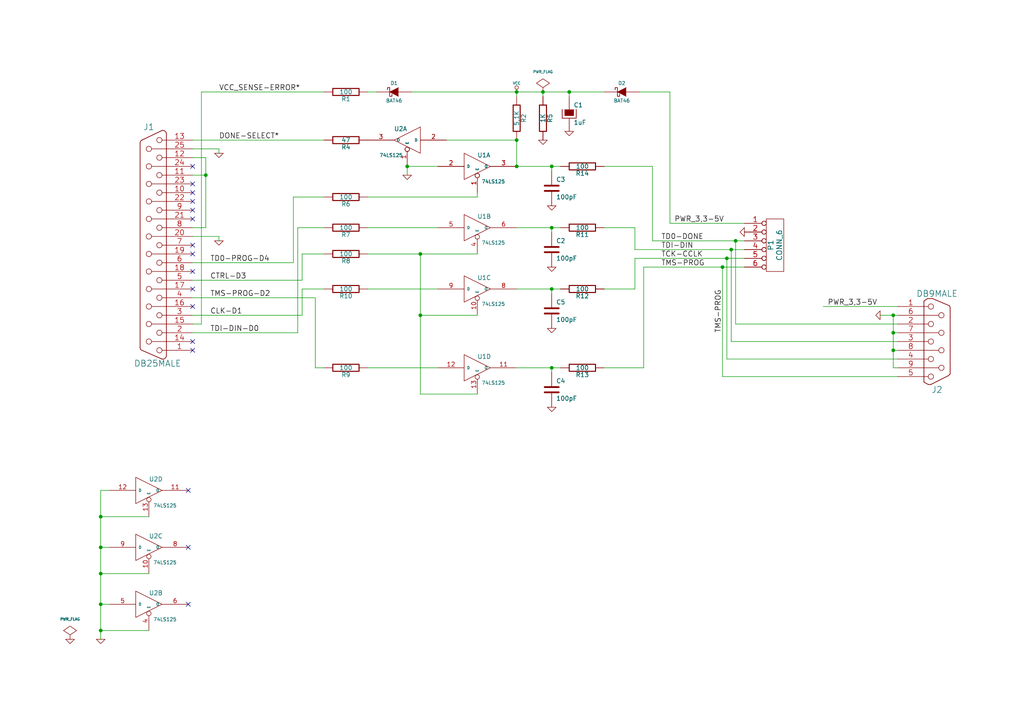
<source format=kicad_sch>
(kicad_sch (version 20230121) (generator eeschema)
  (paper "A4")
  (title_block (title "CABLE PARALLELE III") (date "10 feb 2011") (rev "1"))
  (lib_symbols
    (symbol "sonde-xilinx-rescue:74LS125" (pin_names (offset 0.762))
      (property "Reference" "U" (at 0 2.54 0))
      (property "Value" "74LS125" (at 1.27 -3.81 0))
      (symbol "74LS125_0_0"
        (pin power_in line (at -3.81 3.81 270) (length 0) hide (name "VCC") (number "14"))
        (pin power_in line (at -3.81 -3.81 90) (length 0) hide (name "GND") (number "7"))
      )
      (symbol "74LS125_0_1"
        (polyline (pts (xy -3.81 3.81) (xy -3.81 -3.81) (xy 3.81 0) (xy -3.81 3.81)))
      )
      (symbol "74LS125_1_0"
        (pin input inverted (at 0 -7.62 90) (length 5.588) (name "E") (number "1"))
      )
      (symbol "74LS125_1_1"
        (pin input line (at -11.43 0 0) (length 7.62) (name "D") (number "2"))
        (pin tri_state line (at 11.43 0 180) (length 7.62) (name "O") (number "3"))
      )
      (symbol "74LS125_2_0"
        (pin input inverted (at 0 -7.62 90) (length 5.588) (name "E") (number "4"))
      )
      (symbol "74LS125_2_1"
        (pin input line (at -11.43 0 0) (length 7.62) (name "D") (number "5"))
        (pin tri_state line (at 11.43 0 180) (length 7.62) (name "O") (number "6"))
      )
      (symbol "74LS125_3_0"
        (pin input inverted (at 0 -7.62 90) (length 5.588) (name "E") (number "10"))
      )
      (symbol "74LS125_3_1"
        (pin tri_state line (at 11.43 0 180) (length 7.62) (name "O") (number "8"))
        (pin input line (at -11.43 0 0) (length 7.62) (name "D") (number "9"))
      )
      (symbol "74LS125_4_0"
        (pin input inverted (at 0 -7.62 90) (length 5.588) (name "E") (number "13"))
      )
      (symbol "74LS125_4_1"
        (pin tri_state line (at 11.43 0 180) (length 7.62) (name "O") (number "11"))
        (pin input line (at -11.43 0 0) (length 7.62) (name "D") (number "12"))
      )
    )
    (symbol "sonde-xilinx-rescue:C" (pin_numbers hide) (pin_names (offset 0.254))
      (property "Reference" "C" (at 0 2.54 0))
      (property "Value" "C" (at 0.1524 -2.159 0))
      (symbol "C_0_1"
        (polyline (pts (xy -2.032 -0.762) (xy 2.032 -0.762)) (stroke (width 0.508)))
        (polyline (pts (xy -2.032 0.762) (xy 2.032 0.762)) (stroke (width 0.508)))
      )
      (symbol "C_1_1"
        (pin passive line (at 0 5.08 270) (length 4.318) (name "~") (number "1"))
        (pin passive line (at 0 -5.08 90) (length 4.318) (name "~") (number "2"))
      )
    )
    (symbol "sonde-xilinx-rescue:CONN_6" (pin_names (offset 0.762) hide)
      (property "Reference" "P" (at -1.27 0 90))
      (property "Value" "CONN_6" (at 1.27 0 90))
      (symbol "CONN_6_0_1"
        (rectangle (start -2.54 7.62) (end 2.54 -7.62))
      )
      (symbol "CONN_6_1_1"
        (pin passive inverted (at -8.89 6.35 0) (length 6.35) (name "1") (number "1"))
        (pin passive inverted (at -8.89 3.81 0) (length 6.35) (name "2") (number "2"))
        (pin passive inverted (at -8.89 1.27 0) (length 6.35) (name "3") (number "3"))
        (pin passive inverted (at -8.89 -1.27 0) (length 6.35) (name "4") (number "4"))
        (pin passive inverted (at -8.89 -3.81 0) (length 6.35) (name "5") (number "5"))
        (pin passive inverted (at -8.89 -6.35 0) (length 6.35) (name "6") (number "6"))
      )
    )
    (symbol "sonde-xilinx-rescue:CP" (pin_numbers hide) (pin_names (offset 0.254) hide)
      (property "Reference" "C" (at 1.27 2.54 0))
      (property "Value" "CP" (at 1.27 -2.54 0))
      (symbol "CP_0_1"
        (polyline (pts (xy -2.032 1.27) (xy -2.032 -1.27) (xy 2.032 -1.27) (xy 2.032 1.27)) (stroke (width 0.2032)))
        (polyline (pts (xy -1.27 1.27) (xy -1.27 -0.508) (xy 1.27 -0.508) (xy 1.27 1.27)) (fill (type outline)))
      )
      (symbol "CP_1_1"
        (pin passive line (at 0 5.08 270) (length 3.81) (name "~") (number "1"))
        (pin passive line (at 0 -5.08 90) (length 3.81) (name "~") (number "2"))
      )
    )
    (symbol "sonde-xilinx-rescue:DB25" (pin_names (offset 1.016) hide)
      (property "Reference" "J" (at 1.27 34.29 0))
      (property "Value" "DB25" (at -1.27 -34.29 0))
      (symbol "DB25_0_1"
        (arc (start -3.81 -32.004) (mid -3.4118 -32.8103) (end -2.54 -33.02) (stroke (width 0.2032)))
        (arc (start -2.54 33.274) (mid -3.4192 33.0712) (end -3.81 32.258) (stroke (width 0.2032)))
        (circle (center -1.778 -30.48) (radius 0.762))
        (circle (center -1.778 -25.4) (radius 0.762))
        (circle (center -1.778 -20.32) (radius 0.762))
        (circle (center -1.778 -15.24) (radius 0.762))
        (circle (center -1.778 -10.16) (radius 0.762))
        (circle (center -1.778 -5.08) (radius 0.762))
        (circle (center -1.778 0) (radius 0.762))
        (circle (center -1.778 5.08) (radius 0.762))
        (circle (center -1.778 10.16) (radius 0.762))
        (circle (center -1.778 15.24) (radius 0.762))
        (circle (center -1.778 20.32) (radius 0.762))
        (circle (center -1.778 25.4) (radius 0.762))
        (circle (center -1.778 30.48) (radius 0.762))
        (polyline (pts (xy -3.81 -32.004) (xy -3.81 32.258)) (stroke (width 0.2032)))
        (polyline (pts (xy -3.81 -30.48) (xy -2.54 -30.48)))
        (polyline (pts (xy -3.81 -27.94) (xy 0.508 -27.94)))
        (polyline (pts (xy -3.81 -25.4) (xy -2.54 -25.4)))
        (polyline (pts (xy -3.81 -22.86) (xy 0.508 -22.86)))
        (polyline (pts (xy -3.81 -20.32) (xy -2.54 -20.32)))
        (polyline (pts (xy -3.81 -17.78) (xy 0.508 -17.78)))
        (polyline (pts (xy -3.81 -15.24) (xy -2.54 -15.24)))
        (polyline (pts (xy -3.81 -12.7) (xy 0.508 -12.7)))
        (polyline (pts (xy -3.81 -10.16) (xy -2.54 -10.16)))
        (polyline (pts (xy -3.81 -7.62) (xy 0.508 -7.62)))
        (polyline (pts (xy -3.81 -5.08) (xy -2.54 -5.08)))
        (polyline (pts (xy -3.81 -2.54) (xy 0.508 -2.54)))
        (polyline (pts (xy -3.81 0) (xy -2.54 0)))
        (polyline (pts (xy -3.81 2.54) (xy 0.508 2.54)))
        (polyline (pts (xy -3.81 5.08) (xy -2.54 5.08)))
        (polyline (pts (xy -3.81 7.62) (xy 0.508 7.62)))
        (polyline (pts (xy -3.81 10.16) (xy -2.54 10.16)))
        (polyline (pts (xy -3.81 12.7) (xy 0.508 12.7)))
        (polyline (pts (xy -3.81 15.24) (xy -2.54 15.24)))
        (polyline (pts (xy -3.81 17.78) (xy 0.508 17.78)))
        (polyline (pts (xy -3.81 20.32) (xy -2.54 20.32)))
        (polyline (pts (xy -3.81 22.86) (xy 0.508 22.86)))
        (polyline (pts (xy -3.81 25.4) (xy -2.54 25.4)))
        (polyline (pts (xy -3.81 27.94) (xy 0.508 27.94)))
        (polyline (pts (xy -3.81 30.48) (xy -2.54 30.48)))
        (polyline (pts (xy -2.54 -33.02) (xy 3.302 -30.48)) (stroke (width 0.2032)))
        (polyline (pts (xy 3.302 30.48) (xy -2.54 33.274)) (stroke (width 0.2032)))
        (polyline (pts (xy 3.81 -29.718) (xy 3.81 29.718)) (stroke (width 0.2032)))
        (circle (center 1.27 -27.94) (radius 0.762))
        (circle (center 1.27 -22.86) (radius 0.762))
        (circle (center 1.27 -17.78) (radius 0.762))
        (circle (center 1.27 -12.7) (radius 0.762))
        (circle (center 1.27 -7.62) (radius 0.762))
        (circle (center 1.27 -2.54) (radius 0.762))
        (circle (center 1.27 2.54) (radius 0.762))
        (circle (center 1.27 7.62) (radius 0.762))
        (circle (center 1.27 12.7) (radius 0.762))
        (circle (center 1.27 17.78) (radius 0.762))
        (circle (center 1.27 22.86) (radius 0.762))
        (circle (center 1.27 27.94) (radius 0.762))
        (arc (start 3.302 -30.48) (mid 3.6653 -30.1718) (end 3.81 -29.718) (stroke (width 0.2032)))
        (arc (start 3.7846 29.718) (mid 3.654 30.1598) (end 3.302 30.4546) (stroke (width 0.2032)))
      )
      (symbol "DB25_1_1"
        (pin passive line (at -11.43 -30.48 0) (length 7.62) (name "1") (number "1"))
        (pin passive line (at -11.43 15.24 0) (length 7.62) (name "10") (number "10"))
        (pin passive line (at -11.43 20.32 0) (length 7.62) (name "11") (number "11"))
        (pin passive line (at -11.43 25.4 0) (length 7.62) (name "12") (number "12"))
        (pin passive line (at -11.43 30.48 0) (length 7.62) (name "13") (number "13"))
        (pin passive line (at -11.43 -27.94 0) (length 7.62) (name "P14") (number "14"))
        (pin passive line (at -11.43 -22.86 0) (length 7.62) (name "P15") (number "15"))
        (pin passive line (at -11.43 -17.78 0) (length 7.62) (name "P16") (number "16"))
        (pin passive line (at -11.43 -12.7 0) (length 7.62) (name "P17") (number "17"))
        (pin passive line (at -11.43 -7.62 0) (length 7.62) (name "P18") (number "18"))
        (pin passive line (at -11.43 -2.54 0) (length 7.62) (name "P19") (number "19"))
        (pin passive line (at -11.43 -25.4 0) (length 7.62) (name "2") (number "2"))
        (pin passive line (at -11.43 2.54 0) (length 7.62) (name "P20") (number "20"))
        (pin passive line (at -11.43 7.62 0) (length 7.62) (name "P21") (number "21"))
        (pin passive line (at -11.43 12.7 0) (length 7.62) (name "P22") (number "22"))
        (pin passive line (at -11.43 17.78 0) (length 7.62) (name "P23") (number "23"))
        (pin passive line (at -11.43 22.86 0) (length 7.62) (name "P24") (number "24"))
        (pin passive line (at -11.43 27.94 0) (length 7.62) (name "P25") (number "25"))
        (pin passive line (at -11.43 -20.32 0) (length 7.62) (name "3") (number "3"))
        (pin passive line (at -11.43 -15.24 0) (length 7.62) (name "4") (number "4"))
        (pin passive line (at -11.43 -10.16 0) (length 7.62) (name "5") (number "5"))
        (pin passive line (at -11.43 -5.08 0) (length 7.62) (name "6") (number "6"))
        (pin passive line (at -11.43 0 0) (length 7.62) (name "7") (number "7"))
        (pin passive line (at -11.43 5.08 0) (length 7.62) (name "8") (number "8"))
        (pin passive line (at -11.43 10.16 0) (length 7.62) (name "9") (number "9"))
      )
    )
    (symbol "sonde-xilinx-rescue:DB9" (pin_names (offset 1.016) hide)
      (property "Reference" "J" (at 0 13.97 0))
      (property "Value" "DB9" (at 0 -13.97 0))
      (symbol "DB9_0_1"
        (circle (center -1.778 -10.16) (radius 0.762))
        (circle (center -1.778 -5.08) (radius 0.762))
        (circle (center -1.778 0) (radius 0.762))
        (circle (center -1.778 5.08) (radius 0.762))
        (circle (center -1.778 10.16) (radius 0.762))
        (polyline (pts (xy -3.81 -11.684) (xy -3.81 11.684)) (stroke (width 0.2032)))
        (polyline (pts (xy -3.81 -11.6586) (xy -3.556 -11.938)) (stroke (width 0.2032)))
        (polyline (pts (xy -3.81 -10.16) (xy -2.54 -10.16)))
        (polyline (pts (xy -3.81 -7.62) (xy 0.508 -7.62)))
        (polyline (pts (xy -3.81 -5.08) (xy -2.54 -5.08)))
        (polyline (pts (xy -3.81 -2.54) (xy 0.508 -2.54)))
        (polyline (pts (xy -3.81 0) (xy -2.54 0)))
        (polyline (pts (xy -3.81 2.54) (xy 0.508 2.54)))
        (polyline (pts (xy -3.81 5.08) (xy -2.54 5.08)))
        (polyline (pts (xy -3.81 7.62) (xy 0.508 7.62)))
        (polyline (pts (xy -3.81 10.16) (xy -2.54 10.16)))
        (polyline (pts (xy -3.556 -11.938) (xy -2.794 -12.446)) (stroke (width 0.2032)))
        (polyline (pts (xy -3.556 11.938) (xy -3.81 11.684)) (stroke (width 0.2032)))
        (polyline (pts (xy -3.556 11.938) (xy -2.54 12.446)) (stroke (width 0.2032)))
        (polyline (pts (xy -2.794 -12.446) (xy -1.27 -12.446)) (stroke (width 0.2032)))
        (polyline (pts (xy -2.54 12.446) (xy -1.778 12.446)) (stroke (width 0.2032)))
        (polyline (pts (xy 3.2766 9.906) (xy -1.778 12.446)) (stroke (width 0.2032)))
        (polyline (pts (xy 3.2766 9.906) (xy 3.81 9.398)) (stroke (width 0.2032)))
        (polyline (pts (xy 3.556 -10.3886) (xy -1.27 -12.446)) (stroke (width 0.2032)))
        (polyline (pts (xy 3.81 -9.906) (xy 3.556 -10.3886)) (stroke (width 0.2032)))
        (polyline (pts (xy 3.81 9.398) (xy 3.81 -9.906)) (stroke (width 0.2032)))
        (circle (center 1.27 -7.62) (radius 0.762))
        (circle (center 1.27 -2.54) (radius 0.762))
        (circle (center 1.27 2.54) (radius 0.762))
        (circle (center 1.27 7.62) (radius 0.762))
      )
      (symbol "DB9_1_1"
        (pin passive line (at -11.43 -10.16 0) (length 7.62) (name "1") (number "1"))
        (pin passive line (at -11.43 -5.08 0) (length 7.62) (name "2") (number "2"))
        (pin passive line (at -11.43 0 0) (length 7.62) (name "3") (number "3"))
        (pin passive line (at -11.43 5.08 0) (length 7.62) (name "4") (number "4"))
        (pin passive line (at -11.43 10.16 0) (length 7.62) (name "5") (number "5"))
        (pin passive line (at -11.43 -7.62 0) (length 7.62) (name "P6") (number "6"))
        (pin passive line (at -11.43 -2.54 0) (length 7.62) (name "P7") (number "7"))
        (pin passive line (at -11.43 2.54 0) (length 7.62) (name "P8") (number "8"))
        (pin passive line (at -11.43 7.62 0) (length 7.62) (name "P9") (number "9"))
      )
    )
    (symbol "sonde-xilinx-rescue:DIODESCH" (pin_numbers hide) (pin_names (offset 1.016) hide)
      (property "Reference" "D" (at 0 2.54 0))
      (property "Value" "DIODESCH" (at 0 -2.54 0))
      (symbol "DIODESCH_0_1"
        (polyline (pts (xy -1.27 1.27) (xy 1.27 0) (xy -1.27 -1.27)) (fill (type outline)))
        (polyline (pts (xy 1.905 0.635) (xy 1.905 1.27) (xy 1.27 1.27) (xy 1.27 -1.27) (xy 0.635 -1.27) (xy 0.635 -0.635)) (stroke (width 0.2032)))
      )
      (symbol "DIODESCH_1_1"
        (pin passive line (at -5.08 0 0) (length 3.81) (name "A") (number "1"))
        (pin passive line (at 5.08 0 180) (length 3.81) (name "K") (number "2"))
      )
    )
    (symbol "sonde-xilinx-rescue:GND" (power) (pin_names (offset 0))
      (symbol "GND_0_1"
        (polyline (pts (xy -1.27 0) (xy 0 -1.27) (xy 1.27 0) (xy -1.27 0)))
      )
      (symbol "GND_1_1"
        (pin power_in line (at 0 0 90) (length 0) hide (name "GND") (number "1"))
      )
    )
    (symbol "sonde-xilinx-rescue:PWR_FLAG" (power) (pin_numbers hide) (pin_names (offset 0) hide)
      (property "Value" "PWR_FLAG" (at 0 4.572 0))
      (symbol "PWR_FLAG_0_0"
        (pin power_out line (at 0 0 90) (length 0) (name "pwr") (number "1"))
      )
      (symbol "PWR_FLAG_0_1"
        (polyline (pts (xy 0 0) (xy 0 1.27) (xy -1.905 2.54) (xy 0 3.81) (xy 1.905 2.54) (xy 0 1.27)))
      )
    )
    (symbol "sonde-xilinx-rescue:R" (pin_numbers hide) (pin_names (offset 0))
      (property "Reference" "R" (at 2.032 0 90))
      (property "Value" "R" (at 0.1778 0.0254 90))
      (symbol "R_0_1"
        (rectangle (start -1.016 3.81) (end 1.016 -3.81) (stroke (width 0.3048)))
      )
      (symbol "R_1_1"
        (pin passive line (at 0 6.35 270) (length 2.54) (name "~") (number "1"))
        (pin passive line (at 0 -6.35 90) (length 2.54) (name "~") (number "2"))
      )
    )
    (symbol "sonde-xilinx-rescue:VCC" (power) (pin_names (offset 0))
      (property "Value" "VCC" (at 0 2.54 0))
      (symbol "VCC_0_0"
        (pin power_in line (at 0 0 90) (length 0) hide (name "VCC") (number "1"))
      )
      (symbol "VCC_0_1"
        (polyline (pts (xy 0 0) (xy 0 0.762) (xy 0 0.762)))
        (circle (center 0 1.27) (radius 0.508))
      )
    )
  )
  (junction (at 59.69 50.8))
  (junction (at 209.55 77.47))
  (junction (at 118.11 48.26))
  (junction (at 29.21 158.75))
  (junction (at 160.02 83.82))
  (junction (at 160.02 106.68))
  (junction (at 259.08 101.6))
  (junction (at 212.09 72.39))
  (junction (at 29.21 175.26))
  (junction (at 29.21 166.37))
  (junction (at 259.08 96.52))
  (junction (at 210.82 74.93))
  (junction (at 121.92 91.44))
  (junction (at 29.21 149.86))
  (junction (at 157.48 26.67))
  (junction (at 149.86 26.67))
  (junction (at 160.02 66.04))
  (junction (at 259.08 91.44))
  (junction (at 165.1 26.67))
  (junction (at 121.92 73.66))
  (junction (at 160.02 48.26))
  (junction (at 149.86 48.26))
  (junction (at 149.86 40.64))
  (junction (at 29.21 182.88))
  (junction (at 213.36 69.85))
  (no_connect (at 55.88 71.12))
  (no_connect (at 55.88 83.82))
  (no_connect (at 55.88 101.6))
  (no_connect (at 55.88 78.74))
  (no_connect (at 55.88 48.26))
  (no_connect (at 55.88 73.66))
  (no_connect (at 54.61 175.26))
  (no_connect (at 55.88 88.9))
  (no_connect (at 55.88 63.5))
  (no_connect (at 55.88 53.34))
  (no_connect (at 55.88 58.42))
  (no_connect (at 55.88 99.06))
  (no_connect (at 54.61 142.24))
  (no_connect (at 55.88 55.88))
  (no_connect (at 55.88 60.96))
  (no_connect (at 54.61 158.75))
  (wire (pts (xy 91.44 86.36) (xy 55.88 86.36)))
  (wire (pts (xy 138.43 57.15) (xy 138.43 55.88)))
  (wire (pts (xy 58.42 26.67) (xy 93.98 26.67)))
  (wire (pts (xy 165.1 26.67) (xy 157.48 26.67)))
  (wire (pts (xy 210.82 104.14) (xy 210.82 74.93)))
  (wire (pts (xy 59.69 66.04) (xy 59.69 50.8)))
  (wire (pts (xy 149.86 40.64) (xy 129.54 40.64)))
  (wire (pts (xy 55.88 81.28) (xy 87.63 81.28)))
  (wire (pts (xy 259.08 106.68) (xy 260.35 106.68)))
  (wire (pts (xy 43.18 166.37) (xy 29.21 166.37)))
  (wire (pts (xy 259.08 91.44) (xy 259.08 96.52)))
  (wire (pts (xy 160.02 48.26) (xy 149.86 48.26)))
  (wire (pts (xy 87.63 81.28) (xy 87.63 73.66)))
  (wire (pts (xy 59.69 66.04) (xy 55.88 66.04)))
  (wire (pts (xy 149.86 66.04) (xy 160.02 66.04)))
  (wire (pts (xy 29.21 142.24) (xy 31.75 142.24)))
  (wire (pts (xy 189.23 48.26) (xy 175.26 48.26)))
  (wire (pts (xy 212.09 72.39) (xy 184.15 72.39)))
  (wire (pts (xy 212.09 99.06) (xy 212.09 72.39)))
  (wire (pts (xy 55.88 50.8) (xy 59.69 50.8)))
  (wire (pts (xy 149.86 48.26) (xy 149.86 40.64)))
  (wire (pts (xy 184.15 74.93) (xy 184.15 83.82)))
  (wire (pts (xy 162.56 106.68) (xy 160.02 106.68)))
  (wire (pts (xy 260.35 99.06) (xy 212.09 99.06)))
  (wire (pts (xy 157.48 26.67) (xy 149.86 26.67)))
  (wire (pts (xy 209.55 109.22) (xy 209.55 77.47)))
  (wire (pts (xy 160.02 85.09) (xy 160.02 83.82)))
  (wire (pts (xy 259.08 91.44) (xy 255.27 91.44)))
  (wire (pts (xy 160.02 66.04) (xy 162.56 66.04)))
  (wire (pts (xy 87.63 91.44) (xy 87.63 83.82)))
  (wire (pts (xy 63.5 44.45) (xy 63.5 43.18)))
  (wire (pts (xy 58.42 26.67) (xy 58.42 93.98)))
  (wire (pts (xy 213.36 69.85) (xy 189.23 69.85)))
  (wire (pts (xy 157.48 26.67) (xy 157.48 27.94)))
  (wire (pts (xy 160.02 106.68) (xy 149.86 106.68)))
  (wire (pts (xy 55.88 40.64) (xy 93.98 40.64)))
  (wire (pts (xy 194.31 64.77) (xy 194.31 26.67)))
  (wire (pts (xy 109.22 26.67) (xy 106.68 26.67)))
  (wire (pts (xy 86.36 96.52) (xy 86.36 66.04)))
  (wire (pts (xy 259.08 96.52) (xy 259.08 101.6)))
  (wire (pts (xy 175.26 106.68) (xy 186.69 106.68)))
  (wire (pts (xy 121.92 91.44) (xy 121.92 73.66)))
  (wire (pts (xy 184.15 83.82) (xy 175.26 83.82)))
  (wire (pts (xy 260.35 101.6) (xy 259.08 101.6)))
  (wire (pts (xy 127 66.04) (xy 106.68 66.04)))
  (wire (pts (xy 138.43 73.66) (xy 121.92 73.66)))
  (wire (pts (xy 186.69 77.47) (xy 209.55 77.47)))
  (wire (pts (xy 87.63 73.66) (xy 93.98 73.66)))
  (wire (pts (xy 29.21 185.42) (xy 29.21 182.88)))
  (wire (pts (xy 63.5 69.85) (xy 63.5 68.58)))
  (wire (pts (xy 189.23 69.85) (xy 189.23 48.26)))
  (wire (pts (xy 91.44 106.68) (xy 91.44 86.36)))
  (wire (pts (xy 121.92 114.3) (xy 121.92 91.44)))
  (wire (pts (xy 210.82 74.93) (xy 184.15 74.93)))
  (wire (pts (xy 175.26 26.67) (xy 165.1 26.67)))
  (wire (pts (xy 29.21 158.75) (xy 29.21 149.86)))
  (wire (pts (xy 59.69 50.8) (xy 59.69 45.72)))
  (wire (pts (xy 215.9 64.77) (xy 194.31 64.77)))
  (wire (pts (xy 260.35 104.14) (xy 210.82 104.14)))
  (wire (pts (xy 85.09 76.2) (xy 85.09 57.15)))
  (wire (pts (xy 184.15 66.04) (xy 175.26 66.04)))
  (wire (pts (xy 29.21 149.86) (xy 29.21 142.24)))
  (wire (pts (xy 165.1 27.94) (xy 165.1 26.67)))
  (wire (pts (xy 118.11 48.26) (xy 127 48.26)))
  (wire (pts (xy 31.75 175.26) (xy 29.21 175.26)))
  (wire (pts (xy 184.15 72.39) (xy 184.15 66.04)))
  (wire (pts (xy 138.43 114.3) (xy 121.92 114.3)))
  (wire (pts (xy 55.88 96.52) (xy 86.36 96.52)))
  (wire (pts (xy 149.86 26.67) (xy 119.38 26.67)))
  (wire (pts (xy 160.02 49.53) (xy 160.02 48.26)))
  (wire (pts (xy 138.43 91.44) (xy 121.92 91.44)))
  (wire (pts (xy 186.69 106.68) (xy 186.69 77.47)))
  (wire (pts (xy 93.98 106.68) (xy 91.44 106.68)))
  (wire (pts (xy 213.36 93.98) (xy 213.36 69.85)))
  (wire (pts (xy 121.92 73.66) (xy 106.68 73.66)))
  (wire (pts (xy 260.35 96.52) (xy 259.08 96.52)))
  (wire (pts (xy 215.9 74.93) (xy 210.82 74.93)))
  (wire (pts (xy 106.68 57.15) (xy 138.43 57.15)))
  (wire (pts (xy 160.02 67.31) (xy 160.02 66.04)))
  (wire (pts (xy 260.35 109.22) (xy 209.55 109.22)))
  (wire (pts (xy 63.5 43.18) (xy 55.88 43.18)))
  (wire (pts (xy 29.21 182.88) (xy 29.21 175.26)))
  (wire (pts (xy 162.56 83.82) (xy 160.02 83.82)))
  (wire (pts (xy 160.02 83.82) (xy 149.86 83.82)))
  (wire (pts (xy 118.11 50.8) (xy 118.11 48.26)))
  (wire (pts (xy 86.36 66.04) (xy 93.98 66.04)))
  (wire (pts (xy 29.21 175.26) (xy 29.21 166.37)))
  (wire (pts (xy 215.9 69.85) (xy 213.36 69.85)))
  (wire (pts (xy 260.35 91.44) (xy 259.08 91.44)))
  (wire (pts (xy 194.31 26.67) (xy 185.42 26.67)))
  (wire (pts (xy 127 83.82) (xy 106.68 83.82)))
  (wire (pts (xy 149.86 26.67) (xy 149.86 27.94)))
  (wire (pts (xy 55.88 91.44) (xy 87.63 91.44)))
  (wire (pts (xy 162.56 48.26) (xy 160.02 48.26)))
  (wire (pts (xy 87.63 83.82) (xy 93.98 83.82)))
  (wire (pts (xy 260.35 88.9) (xy 238.76 88.9)))
  (wire (pts (xy 29.21 166.37) (xy 29.21 158.75)))
  (wire (pts (xy 127 106.68) (xy 106.68 106.68)))
  (wire (pts (xy 85.09 57.15) (xy 93.98 57.15)))
  (wire (pts (xy 260.35 93.98) (xy 213.36 93.98)))
  (wire (pts (xy 43.18 182.88) (xy 29.21 182.88)))
  (wire (pts (xy 59.69 45.72) (xy 55.88 45.72)))
  (wire (pts (xy 259.08 101.6) (xy 259.08 106.68)))
  (wire (pts (xy 55.88 76.2) (xy 85.09 76.2)))
  (wire (pts (xy 160.02 107.95) (xy 160.02 106.68)))
  (wire (pts (xy 63.5 68.58) (xy 55.88 68.58)))
  (wire (pts (xy 58.42 93.98) (xy 55.88 93.98)))
  (wire (pts (xy 31.75 158.75) (xy 29.21 158.75)))
  (wire (pts (xy 215.9 72.39) (xy 212.09 72.39)))
  (wire (pts (xy 43.18 149.86) (xy 29.21 149.86)))
  (wire (pts (xy 209.55 77.47) (xy 215.9 77.47)))
  (label "TDI-DIN" (at 191.77 72.39 0) (effects (font (size 1.524 1.524))))
  (label "CLK-D1" (at 60.96 91.44 0) (effects (font (size 1.524 1.524))))
  (label "CTRL-D3" (at 60.96 81.28 0) (effects (font (size 1.524 1.524))))
  (label "TD0-DONE" (at 191.77 69.85 0) (effects (font (size 1.524 1.524))))
  (label "DONE-SELECT*" (at 63.5 40.64 0) (effects (font (size 1.524 1.524))))
  (label "PWR_3,3-5V" (at 240.03 88.9 0) (effects (font (size 1.524 1.524))))
  (label "PWR_3,3-5V" (at 195.58 64.77 0) (effects (font (size 1.524 1.524))))
  (label "TMS-PROG" (at 191.77 77.47 0) (effects (font (size 1.524 1.524))))
  (label "TMS-PROG-D2" (at 60.96 86.36 0) (effects (font (size 1.524 1.524))))
  (label "VCC_SENSE-ERROR*" (at 63.5 26.67 0) (effects (font (size 1.524 1.524))))
  (label "TMS-PROG" (at 209.55 96.52 90) (effects (font (size 1.524 1.524))))
  (label "TD0-PROG-D4" (at 60.96 76.2 0) (effects (font (size 1.524 1.524))))
  (label "TDI-DIN-D0" (at 60.96 96.52 0) (effects (font (size 1.524 1.524))))
  (label "TCK-CCLK" (at 191.77 74.93 0) (effects (font (size 1.524 1.524))))
  (symbol (lib_id "sonde-xilinx-rescue:DB25") (at 44.45 71.12 0) (mirror y) (unit 1)
    (property "Reference" "J1" (at 43.18 36.83 0) (effects (font (size 1.778 1.778))))
    (property "Value" "DB25MALE" (at 45.72 105.41 0) (effects (font (size 1.778 1.778))))
  )
  (symbol (lib_id "sonde-xilinx-rescue:R") (at 100.33 26.67 270) (unit 1)
    (property "Reference" "R1" (at 100.33 28.702 90))
    (property "Value" "100" (at 100.33 26.67 90))
  )
  (symbol (lib_id "sonde-xilinx-rescue:R") (at 100.33 40.64 270) (unit 1)
    (property "Reference" "R4" (at 100.33 42.672 90))
    (property "Value" "47" (at 100.33 40.64 90))
  )
  (symbol (lib_id "sonde-xilinx-rescue:R") (at 100.33 57.15 270) (unit 1)
    (property "Reference" "R6" (at 100.33 59.182 90))
    (property "Value" "100" (at 100.33 57.15 90))
  )
  (symbol (lib_id "sonde-xilinx-rescue:R") (at 100.33 83.82 270) (unit 1)
    (property "Reference" "R10" (at 100.33 85.852 90))
    (property "Value" "100" (at 100.33 83.82 90))
  )
  (symbol (lib_id "sonde-xilinx-rescue:R") (at 100.33 106.68 270) (unit 1)
    (property "Reference" "R9" (at 100.33 108.712 90))
    (property "Value" "100" (at 100.33 106.68 90))
  )
  (symbol (lib_id "sonde-xilinx-rescue:74LS125") (at 118.11 40.64 0) (mirror y) (unit 1)
    (property "Reference" "U2" (at 118.11 38.1 0) (effects (justify left bottom)))
    (property "Value" "74LS125" (at 116.84 44.45 0) (effects (font (size 1.016 1.016)) (justify left top)))
  )
  (symbol (lib_id "sonde-xilinx-rescue:74LS125") (at 138.43 48.26 0) (unit 1)
    (property "Reference" "U1" (at 138.43 45.72 0) (effects (justify left bottom)))
    (property "Value" "74LS125" (at 139.7 52.07 0) (effects (font (size 1.016 1.016)) (justify left top)))
  )
  (symbol (lib_id "sonde-xilinx-rescue:74LS125") (at 138.43 66.04 0) (unit 2)
    (property "Reference" "U1" (at 138.43 63.5 0) (effects (justify left bottom)))
    (property "Value" "74LS125" (at 139.7 69.8246 0) (effects (font (size 1.016 1.016)) (justify left top)))
  )
  (symbol (lib_id "sonde-xilinx-rescue:74LS125") (at 138.43 83.82 0) (unit 3)
    (property "Reference" "U1" (at 138.43 81.28 0) (effects (justify left bottom)))
    (property "Value" "74LS125" (at 139.7 87.6046 0) (effects (font (size 1.016 1.016)) (justify left top)))
  )
  (symbol (lib_id "sonde-xilinx-rescue:74LS125") (at 138.43 106.68 0) (unit 4)
    (property "Reference" "U1" (at 138.43 104.14 0) (effects (justify left bottom)))
    (property "Value" "74LS125" (at 139.7 110.4646 0) (effects (font (size 1.016 1.016)) (justify left top)))
  )
  (symbol (lib_id "sonde-xilinx-rescue:74LS125") (at 43.18 175.26 0) (unit 2)
    (property "Reference" "U2" (at 43.18 172.72 0) (effects (justify left bottom)))
    (property "Value" "74LS125" (at 44.45 179.07 0) (effects (font (size 1.016 1.016)) (justify left top)))
  )
  (symbol (lib_id "sonde-xilinx-rescue:74LS125") (at 43.18 158.75 0) (unit 3)
    (property "Reference" "U2" (at 43.18 156.21 0) (effects (justify left bottom)))
    (property "Value" "74LS125" (at 44.45 162.56 0) (effects (font (size 1.016 1.016)) (justify left top)))
  )
  (symbol (lib_id "sonde-xilinx-rescue:74LS125") (at 43.18 142.24 0) (unit 4)
    (property "Reference" "U2" (at 43.18 139.7 0) (effects (justify left bottom)))
    (property "Value" "74LS125" (at 44.45 146.05 0) (effects (font (size 1.016 1.016)) (justify left top)))
  )
  (symbol (lib_id "sonde-xilinx-rescue:GND") (at 29.21 185.42 0) (unit 1)
    (property "Reference" "#PWR016" (effects hide))
    (property "Value" "GND" (effects hide))
  )
  (symbol (lib_id "sonde-xilinx-rescue:GND") (at 118.11 50.8 0) (unit 1)
    (property "Reference" "#PWR015" (effects hide))
    (property "Value" "GND" (effects hide))
  )
  (symbol (lib_id "sonde-xilinx-rescue:GND") (at 63.5 44.45 0) (unit 1)
    (property "Reference" "#PWR014" (effects hide))
    (property "Value" "GND" (effects hide))
  )
  (symbol (lib_id "sonde-xilinx-rescue:DIODESCH") (at 114.3 26.67 0) (mirror y) (unit 1)
    (property "Reference" "D1" (at 114.3 24.13 0) (effects (font (size 1.016 1.016))))
    (property "Value" "BAT46" (at 114.3 29.21 0) (effects (font (size 1.016 1.016))))
  )
  (symbol (lib_id "sonde-xilinx-rescue:DIODESCH") (at 180.34 26.67 0) (mirror y) (unit 1)
    (property "Reference" "D2" (at 180.34 24.13 0) (effects (font (size 1.016 1.016))))
    (property "Value" "BAT46" (at 180.34 29.21 0) (effects (font (size 1.016 1.016))))
  )
  (symbol (lib_id "sonde-xilinx-rescue:R") (at 149.86 34.29 0) (unit 1)
    (property "Reference" "R2" (at 151.892 34.29 90))
    (property "Value" "5,1K" (at 149.86 34.29 90))
  )
  (symbol (lib_id "sonde-xilinx-rescue:R") (at 157.48 34.29 0) (unit 1)
    (property "Reference" "R5" (at 159.512 34.29 90))
    (property "Value" "1K" (at 157.48 34.29 90))
  )
  (symbol (lib_id "sonde-xilinx-rescue:R") (at 168.91 48.26 270) (unit 1)
    (property "Reference" "R14" (at 168.91 50.292 90))
    (property "Value" "100" (at 168.91 48.26 90))
  )
  (symbol (lib_id "sonde-xilinx-rescue:C") (at 160.02 113.03 0) (unit 1)
    (property "Reference" "C4" (at 161.29 110.49 0) (effects (justify left)))
    (property "Value" "100pF" (at 161.29 115.57 0) (effects (justify left)))
  )
  (symbol (lib_id "sonde-xilinx-rescue:GND") (at 160.02 118.11 0) (unit 1)
    (property "Reference" "#PWR01" (effects hide))
    (property "Value" "GND" (effects hide))
  )
  (symbol (lib_id "sonde-xilinx-rescue:GND") (at 157.48 40.64 0) (unit 1)
    (property "Reference" "#PWR012" (effects hide))
    (property "Value" "GND" (effects hide))
  )
  (symbol (lib_id "sonde-xilinx-rescue:CP") (at 165.1 33.02 0) (unit 1)
    (property "Reference" "C1" (at 166.37 30.48 0) (effects (justify left)))
    (property "Value" "1uF" (at 166.37 35.5346 0) (effects (justify left)))
  )
  (symbol (lib_id "sonde-xilinx-rescue:GND") (at 165.1 38.1 0) (unit 1)
    (property "Reference" "#PWR09" (effects hide))
    (property "Value" "GND" (effects hide))
  )
  (symbol (lib_id "sonde-xilinx-rescue:CONN_6") (at 224.79 71.12 0) (unit 1)
    (property "Reference" "P1" (at 223.52 71.12 90) (effects (font (size 1.524 1.524))))
    (property "Value" "CONN_6" (at 226.06 71.12 90) (effects (font (size 1.524 1.524))))
  )
  (symbol (lib_id "sonde-xilinx-rescue:GND") (at 215.9 67.31 270) (unit 1)
    (property "Reference" "#PWR08" (effects hide))
    (property "Value" "GND" (effects hide))
  )
  (symbol (lib_id "sonde-xilinx-rescue:PWR_FLAG") (at 20.32 185.42 0) (unit 1)
    (property "Reference" "#FLG05" (effects hide))
    (property "Value" "PWR_FLAG" (at 20.32 179.578 0) (effects (font (size 0.762 0.762))))
  )
  (symbol (lib_id "sonde-xilinx-rescue:GND") (at 20.32 185.42 0) (unit 1)
    (property "Reference" "#PWR04" (effects hide))
    (property "Value" "GND" (effects hide))
  )
  (symbol (lib_id "sonde-xilinx-rescue:VCC") (at 149.86 26.67 0) (unit 1)
    (property "Reference" "#PWR03" (effects hide))
    (property "Value" "VCC" (at 149.86 24.13 0) (effects (font (size 0.762 0.762))))
  )
  (symbol (lib_id "sonde-xilinx-rescue:PWR_FLAG") (at 157.48 26.67 0) (unit 1)
    (property "Reference" "#FLG02" (effects hide))
    (property "Value" "PWR_FLAG" (at 157.48 20.828 0) (effects (font (size 0.762 0.762))))
  )
  (symbol (lib_id "sonde-xilinx-rescue:DB9") (at 271.78 99.06 0) (mirror x) (unit 1)
    (property "Reference" "J2" (at 271.78 113.03 0) (effects (font (size 1.778 1.778))))
    (property "Value" "DB9MALE" (at 271.78 85.1662 0) (effects (font (size 1.778 1.778))))
  )
  (symbol (lib_id "sonde-xilinx-rescue:R") (at 168.91 66.04 270) (unit 1)
    (property "Reference" "R11" (at 168.91 68.072 90))
    (property "Value" "100" (at 168.91 66.04 90))
  )
  (symbol (lib_id "sonde-xilinx-rescue:R") (at 100.33 66.04 270) (unit 1)
    (property "Reference" "R7" (at 100.33 68.072 90))
    (property "Value" "100" (at 100.33 66.04 90))
  )
  (symbol (lib_id "sonde-xilinx-rescue:R") (at 100.33 73.66 270) (unit 1)
    (property "Reference" "R8" (at 100.33 75.692 90))
    (property "Value" "100" (at 100.33 73.66 90))
  )
  (symbol (lib_id "sonde-xilinx-rescue:GND") (at 63.5 69.85 0) (unit 1)
    (property "Reference" "#PWR06" (effects hide))
    (property "Value" "GND" (effects hide))
  )
  (symbol (lib_id "sonde-xilinx-rescue:R") (at 168.91 106.68 270) (unit 1)
    (property "Reference" "R13" (at 168.91 108.712 90))
    (property "Value" "100" (at 168.91 106.68 90))
  )
  (symbol (lib_id "sonde-xilinx-rescue:R") (at 168.91 83.82 270) (unit 1)
    (property "Reference" "R12" (at 168.91 85.852 90))
    (property "Value" "100" (at 168.91 83.82 90))
  )
  (symbol (lib_id "sonde-xilinx-rescue:C") (at 160.02 54.61 0) (unit 1)
    (property "Reference" "C3" (at 161.29 52.07 0) (effects (justify left)))
    (property "Value" "100pF" (at 161.29 57.15 0) (effects (justify left)))
  )
  (symbol (lib_id "sonde-xilinx-rescue:C") (at 160.02 72.39 0) (unit 1)
    (property "Reference" "C2" (at 161.29 69.85 0) (effects (justify left)))
    (property "Value" "100pF" (at 161.29 74.93 0) (effects (justify left)))
  )
  (symbol (lib_id "sonde-xilinx-rescue:C") (at 160.02 90.17 0) (unit 1)
    (property "Reference" "C5" (at 161.29 87.63 0) (effects (justify left)))
    (property "Value" "100pF" (at 161.29 92.71 0) (effects (justify left)))
  )
  (symbol (lib_id "sonde-xilinx-rescue:GND") (at 160.02 59.69 0) (unit 1)
    (property "Reference" "#PWR013" (effects hide))
    (property "Value" "GND" (effects hide))
  )
  (symbol (lib_id "sonde-xilinx-rescue:GND") (at 160.02 77.47 0) (unit 1)
    (property "Reference" "#PWR011" (effects hide))
    (property "Value" "GND" (effects hide))
  )
  (symbol (lib_id "sonde-xilinx-rescue:GND") (at 160.02 95.25 0) (unit 1)
    (property "Reference" "#PWR010" (effects hide))
    (property "Value" "GND" (effects hide))
  )
  (symbol (lib_id "sonde-xilinx-rescue:GND") (at 255.27 91.44 270) (unit 1)
    (property "Reference" "#PWR07" (effects hide))
    (property "Value" "GND" (effects hide))
  )
)
</source>
